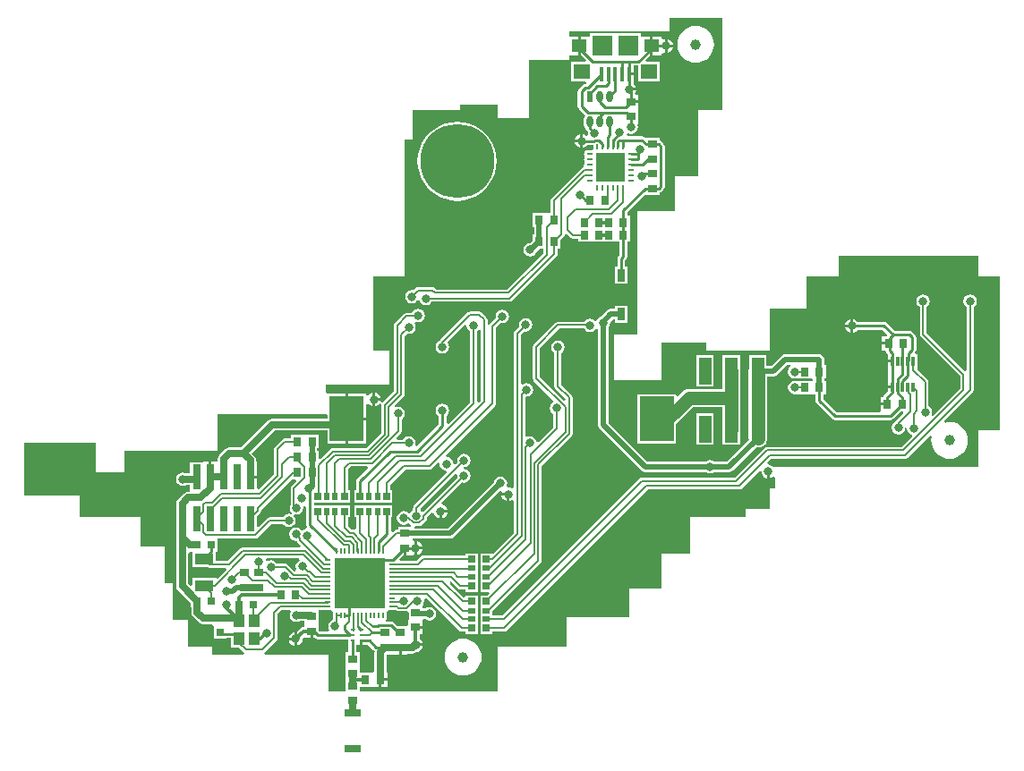
<source format=gbl>
G04 Layer_Physical_Order=2*
G04 Layer_Color=16711680*
%FSLAX25Y25*%
%MOIN*%
G70*
G01*
G75*
%ADD10C,0.03937*%
%ADD11R,0.03347X0.03150*%
%ADD12R,0.03150X0.03347*%
%ADD14C,0.00700*%
%ADD15C,0.00709*%
%ADD16C,0.02000*%
%ADD17C,0.01200*%
%ADD18C,0.01000*%
%ADD19C,0.02500*%
%ADD21C,0.27559*%
%ADD22C,0.03150*%
%ADD23C,0.02800*%
%ADD24C,0.02598*%
%ADD25R,0.02520X0.02756*%
%ADD26R,0.01969X0.02756*%
%ADD27R,0.02756X0.02520*%
%ADD28R,0.02756X0.01969*%
%ADD29R,0.02953X0.03150*%
%ADD30R,0.01181X0.03347*%
%ADD31R,0.06299X0.03150*%
%ADD32R,0.01575X0.00984*%
%ADD33R,0.10630X0.10630*%
%ADD34O,0.02362X0.00984*%
%ADD35O,0.00984X0.02362*%
%ADD36R,0.02362X0.04331*%
%ADD37O,0.02362X0.04331*%
%ADD38R,0.12598X0.16535*%
%ADD39R,0.04331X0.04724*%
%ADD40R,0.03150X0.02953*%
%ADD41R,0.01575X0.05315*%
%ADD42R,0.06299X0.05512*%
%ADD43R,0.07480X0.07480*%
%ADD44R,0.05709X0.05118*%
%ADD45R,0.02992X0.09449*%
%ADD46R,0.04724X0.09843*%
%ADD47O,0.00787X0.02559*%
%ADD48O,0.02559X0.00787*%
%ADD49R,0.18504X0.18504*%
%ADD50R,0.02756X0.04724*%
%ADD51R,0.07087X0.03937*%
%ADD52C,0.00800*%
%ADD53C,0.05000*%
G36*
X1554720Y1527932D02*
X1554622Y1527441D01*
X1554726Y1526922D01*
X1541985Y1514182D01*
X1541289Y1514250D01*
X1541213Y1514363D01*
X1541164Y1514396D01*
X1541086Y1515287D01*
X1554075Y1528276D01*
X1554720Y1527932D01*
D02*
G37*
G36*
X1494808Y1525599D02*
X1492954Y1523744D01*
X1492677Y1523331D01*
X1492580Y1522843D01*
Y1516815D01*
X1492613Y1516650D01*
X1492511Y1516497D01*
X1492319Y1515532D01*
X1492511Y1514566D01*
X1493018Y1513807D01*
X1492932Y1513566D01*
X1492662Y1513177D01*
X1491890Y1513330D01*
X1490924Y1513138D01*
X1490106Y1512591D01*
X1489699Y1511983D01*
X1484803D01*
X1484315Y1511886D01*
X1483902Y1511610D01*
X1480622Y1508329D01*
X1479975Y1508597D01*
Y1512188D01*
X1481177Y1513390D01*
X1481453Y1513804D01*
X1481550Y1514291D01*
Y1514905D01*
X1492891Y1526246D01*
X1494540D01*
X1494808Y1525599D01*
D02*
G37*
G36*
X1498444Y1515849D02*
Y1509105D01*
X1498444Y1509105D01*
X1498553Y1508558D01*
X1498656Y1508404D01*
X1498389Y1507668D01*
X1498353Y1507635D01*
X1497814Y1507528D01*
X1496995Y1506981D01*
X1496759D01*
X1496430Y1507473D01*
X1495611Y1508020D01*
X1494646Y1508212D01*
X1493680Y1508020D01*
X1492861Y1507473D01*
X1492315Y1506655D01*
X1492122Y1505689D01*
X1492315Y1504723D01*
X1492861Y1503905D01*
X1493680Y1503358D01*
X1494646Y1503166D01*
X1494973Y1502947D01*
X1494980Y1502912D01*
X1495257Y1502498D01*
X1496421Y1501334D01*
X1496153Y1500688D01*
X1474689D01*
X1474201Y1500591D01*
X1473787Y1500314D01*
X1469216Y1495743D01*
X1464837D01*
Y1499179D01*
X1465428D01*
Y1504119D01*
X1479488D01*
X1479976Y1504216D01*
X1480389Y1504492D01*
X1485331Y1509434D01*
X1489831D01*
X1490106Y1509023D01*
X1490924Y1508476D01*
X1491890Y1508284D01*
X1492855Y1508476D01*
X1493674Y1509023D01*
X1494221Y1509842D01*
X1494413Y1510807D01*
X1494221Y1511773D01*
X1493714Y1512531D01*
X1493800Y1512773D01*
X1494071Y1513162D01*
X1494843Y1513008D01*
X1495808Y1513200D01*
X1496627Y1513747D01*
X1497174Y1514566D01*
X1497366Y1515532D01*
X1497281Y1515956D01*
X1497364Y1516194D01*
X1497749Y1516332D01*
X1498444Y1515849D01*
D02*
G37*
G36*
X1563352Y1581715D02*
Y1555528D01*
X1562663Y1554840D01*
X1561963Y1555130D01*
Y1581320D01*
X1562473Y1581661D01*
X1562652Y1581927D01*
X1563352Y1581715D01*
D02*
G37*
G36*
X1505669Y1550472D02*
X1506233Y1550144D01*
Y1548728D01*
X1485787D01*
X1484949Y1548561D01*
X1484237Y1548085D01*
X1474151Y1537999D01*
X1469744D01*
X1468905Y1537832D01*
X1468194Y1537357D01*
X1466029Y1535192D01*
X1465553Y1534481D01*
X1465387Y1533642D01*
Y1533244D01*
X1465075Y1532673D01*
X1463079D01*
Y1526949D01*
X1462079D01*
Y1532673D01*
X1460083D01*
Y1532673D01*
X1459975Y1532573D01*
X1455183D01*
Y1528354D01*
X1453693D01*
X1453485Y1528493D01*
X1452520Y1528685D01*
X1451554Y1528493D01*
X1450735Y1527946D01*
X1450189Y1527127D01*
X1449996Y1526161D01*
X1450189Y1525196D01*
X1450735Y1524377D01*
X1451554Y1523830D01*
X1452520Y1523638D01*
X1453485Y1523830D01*
X1453693Y1523969D01*
X1455183D01*
Y1521562D01*
X1454488D01*
X1453649Y1521395D01*
X1452938Y1520920D01*
X1450674Y1518656D01*
X1450199Y1517945D01*
X1450032Y1517106D01*
Y1504606D01*
Y1486400D01*
X1450199Y1485561D01*
X1450674Y1484850D01*
X1455358Y1480166D01*
Y1478311D01*
X1455643D01*
Y1476555D01*
X1455809Y1475716D01*
X1456285Y1475005D01*
X1458450Y1472840D01*
X1459161Y1472365D01*
X1460000Y1472198D01*
X1463241D01*
X1463823Y1471913D01*
X1463923Y1471451D01*
X1463923D01*
X1463923Y1471451D01*
Y1466698D01*
X1468873D01*
Y1466958D01*
X1470321D01*
Y1463549D01*
X1473265D01*
X1475041Y1461773D01*
X1475291Y1461605D01*
X1475107Y1460905D01*
X1463346D01*
Y1463858D01*
X1454488D01*
Y1473701D01*
X1448583D01*
Y1487480D01*
X1445630D01*
Y1501260D01*
X1436772D01*
Y1512087D01*
X1414134D01*
Y1519961D01*
X1393465D01*
Y1539646D01*
X1420039D01*
Y1528819D01*
X1430866D01*
Y1536693D01*
X1465315D01*
Y1550472D01*
X1505669D01*
D02*
G37*
G36*
X1548113Y1532053D02*
X1548096Y1531921D01*
X1548184Y1531249D01*
X1548444Y1530622D01*
X1548857Y1530084D01*
X1549394Y1529672D01*
X1550021Y1529412D01*
X1550547Y1529343D01*
X1550766Y1528956D01*
X1550829Y1528636D01*
X1538528Y1516334D01*
X1538252Y1515921D01*
X1538155Y1515433D01*
Y1514704D01*
X1537645Y1514363D01*
X1537225Y1513734D01*
X1536625Y1513605D01*
X1536402Y1513634D01*
X1535670Y1514123D01*
X1534705Y1514315D01*
X1533739Y1514123D01*
X1532920Y1513576D01*
X1532374Y1512757D01*
X1532181Y1511791D01*
X1532374Y1510826D01*
X1532920Y1510007D01*
X1533739Y1509460D01*
X1534705Y1509268D01*
X1535670Y1509460D01*
X1536489Y1510007D01*
X1536491Y1510007D01*
X1537339Y1509159D01*
X1537253Y1508749D01*
X1537075Y1508459D01*
X1532624D01*
Y1507310D01*
X1532047D01*
X1531540Y1507209D01*
X1531110Y1506921D01*
X1530578Y1506390D01*
X1529931Y1506658D01*
Y1511974D01*
X1530546D01*
Y1516530D01*
X1516226D01*
Y1511974D01*
X1517060D01*
Y1507789D01*
X1516428Y1507395D01*
X1516360Y1507392D01*
X1515901Y1507484D01*
X1515198D01*
X1513963Y1508718D01*
Y1511974D01*
X1514798D01*
Y1516530D01*
X1501299D01*
Y1517486D01*
X1514798D01*
Y1522042D01*
X1513912D01*
Y1529945D01*
X1514957Y1530989D01*
X1521147D01*
X1521414Y1530343D01*
X1517377Y1526305D01*
X1517067Y1525842D01*
X1516958Y1525295D01*
X1516958Y1525295D01*
Y1522042D01*
X1516226D01*
Y1517486D01*
X1530546D01*
Y1522042D01*
X1529660D01*
Y1524137D01*
X1535331Y1529808D01*
X1544350D01*
X1544838Y1529905D01*
X1545252Y1530182D01*
X1547450Y1532380D01*
X1548113Y1532053D01*
D02*
G37*
G36*
X1667830Y1529052D02*
X1667900Y1528999D01*
X1667986Y1528350D01*
X1668245Y1527724D01*
X1668658Y1527186D01*
X1669196Y1526773D01*
X1669822Y1526514D01*
X1669994Y1526491D01*
Y1529022D01*
X1670994D01*
Y1526491D01*
X1671166Y1526514D01*
X1671793Y1526773D01*
X1672292Y1527156D01*
X1672466Y1527127D01*
X1672992Y1526898D01*
Y1522913D01*
X1671024D01*
Y1515039D01*
X1662165D01*
Y1512087D01*
X1641496D01*
Y1498307D01*
X1630669D01*
Y1485512D01*
X1618858D01*
Y1474685D01*
X1595236D01*
Y1463858D01*
X1569646D01*
Y1447126D01*
X1518242D01*
Y1448884D01*
X1523006D01*
X1523006Y1448883D01*
X1523468Y1448783D01*
X1523468Y1448783D01*
X1523665Y1448783D01*
X1525543D01*
Y1451457D01*
X1526043D01*
Y1451957D01*
X1528618D01*
Y1454130D01*
X1528235D01*
Y1460890D01*
X1530291D01*
Y1460890D01*
X1530850D01*
Y1460890D01*
X1533024D01*
Y1463465D01*
X1534024D01*
Y1460890D01*
X1536197D01*
Y1461273D01*
X1537953D01*
X1538792Y1461439D01*
X1539428Y1461865D01*
X1540003Y1461940D01*
X1540629Y1462200D01*
X1541167Y1462612D01*
X1541580Y1463150D01*
X1541839Y1463777D01*
X1541862Y1463949D01*
X1539331D01*
Y1464949D01*
X1541862D01*
X1541839Y1465121D01*
X1541580Y1465747D01*
X1541167Y1466285D01*
X1540663Y1466672D01*
Y1468370D01*
X1541807D01*
Y1470445D01*
X1539134D01*
Y1471445D01*
X1541807D01*
Y1473520D01*
X1541807Y1473520D01*
X1542034Y1474126D01*
X1542697D01*
X1543286Y1473732D01*
X1544252Y1473540D01*
X1545218Y1473732D01*
X1546036Y1474279D01*
X1546583Y1475097D01*
X1546775Y1476063D01*
X1546583Y1477029D01*
X1546036Y1477847D01*
X1545218Y1478394D01*
X1544252Y1478586D01*
X1543286Y1478394D01*
X1542697Y1478000D01*
X1541707D01*
Y1478932D01*
X1541707Y1478932D01*
X1541707D01*
X1541963Y1479536D01*
X1542154Y1479822D01*
X1542346Y1480787D01*
X1542279Y1481126D01*
X1542766Y1481799D01*
X1543256Y1481845D01*
X1555336Y1469765D01*
X1555751Y1469488D01*
X1556240Y1469390D01*
X1557722D01*
Y1468509D01*
X1562278D01*
Y1472210D01*
Y1475360D01*
Y1478509D01*
Y1482829D01*
X1557722D01*
Y1482478D01*
X1557022Y1482195D01*
X1551942Y1487275D01*
X1552172Y1488035D01*
X1552324Y1488065D01*
X1554909Y1485480D01*
X1555339Y1485193D01*
X1555847Y1485092D01*
X1557722D01*
Y1484258D01*
X1562278D01*
Y1487958D01*
Y1491108D01*
Y1494258D01*
Y1498577D01*
X1557722D01*
Y1497743D01*
X1541969D01*
X1541461Y1497642D01*
X1541031Y1497355D01*
X1539471Y1495794D01*
X1533452D01*
X1533184Y1496441D01*
X1534641Y1497898D01*
X1534697D01*
Y1500473D01*
X1535697D01*
Y1497898D01*
X1537870D01*
X1537870Y1497898D01*
X1538570Y1497953D01*
X1538660Y1497941D01*
Y1500473D01*
Y1503004D01*
X1538570Y1502992D01*
X1538410Y1503005D01*
X1538017Y1503738D01*
X1538184Y1504047D01*
X1552028D01*
X1552769Y1504195D01*
X1553397Y1504614D01*
X1570637Y1521854D01*
X1571230Y1521457D01*
X1571139Y1521238D01*
X1571117Y1521065D01*
X1573648D01*
Y1520565D01*
X1574148D01*
Y1518034D01*
X1574320Y1518057D01*
X1574946Y1518316D01*
X1575053Y1518398D01*
X1575753Y1518053D01*
Y1506178D01*
X1568046Y1498471D01*
X1567790Y1498577D01*
Y1498577D01*
X1563234D01*
Y1494258D01*
Y1491108D01*
Y1487958D01*
Y1484258D01*
X1566383D01*
X1566651Y1483611D01*
X1565869Y1482829D01*
X1563234D01*
Y1478509D01*
Y1475360D01*
Y1472210D01*
Y1468509D01*
X1567790D01*
Y1469390D01*
X1572126D01*
X1572615Y1469488D01*
X1573030Y1469765D01*
X1625687Y1522422D01*
X1659803D01*
X1660293Y1522519D01*
X1660707Y1522797D01*
X1667230Y1529319D01*
X1667830Y1529052D01*
D02*
G37*
G36*
X1505551Y1477401D02*
X1507323D01*
X1507395Y1477416D01*
X1508095Y1477130D01*
X1508380Y1476430D01*
X1508366Y1476358D01*
Y1475505D01*
X1508360Y1475473D01*
Y1473712D01*
X1508149Y1473670D01*
X1507330Y1473123D01*
X1506783Y1472304D01*
X1506591Y1471339D01*
X1506783Y1470373D01*
X1506952Y1470120D01*
X1506578Y1469420D01*
X1503209D01*
X1503126Y1469503D01*
Y1471945D01*
X1503126Y1472142D01*
X1503126Y1472142D01*
X1503026Y1472604D01*
X1503026Y1472604D01*
Y1477442D01*
X1505349D01*
X1505551Y1477401D01*
D02*
G37*
G36*
X1519457Y1464532D02*
X1520744D01*
Y1464532D01*
X1521426Y1464488D01*
X1523459Y1462455D01*
X1523459Y1462455D01*
X1523905Y1462158D01*
X1523851Y1461890D01*
Y1454671D01*
X1523468Y1454130D01*
X1523006Y1454030D01*
Y1454030D01*
X1523006Y1454030D01*
X1518242D01*
Y1456136D01*
X1518242D01*
Y1456699D01*
X1518242D01*
Y1461648D01*
X1517038D01*
Y1463886D01*
X1517169Y1464532D01*
X1518457D01*
Y1466024D01*
X1519457D01*
Y1464532D01*
D02*
G37*
G36*
X1492714Y1476742D02*
X1492511Y1476438D01*
X1492319Y1475472D01*
X1492511Y1474507D01*
X1493058Y1473688D01*
X1493877Y1473141D01*
X1494843Y1472949D01*
X1495808Y1473141D01*
X1496016Y1473280D01*
X1497822D01*
X1497880Y1472604D01*
X1497779Y1472142D01*
X1497779D01*
Y1471096D01*
X1497402D01*
X1496816Y1470980D01*
X1496320Y1470648D01*
X1494949Y1469277D01*
Y1466614D01*
Y1464083D01*
X1495121Y1464106D01*
X1495747Y1464365D01*
X1496285Y1464778D01*
X1496698Y1465316D01*
X1496957Y1465942D01*
X1497036Y1466542D01*
X1497117Y1466659D01*
X1497698Y1467026D01*
X1497779Y1466992D01*
Y1466992D01*
X1499953D01*
Y1469567D01*
X1500953D01*
Y1466992D01*
X1501599D01*
X1501609Y1466983D01*
X1502072Y1466673D01*
X1502618Y1466565D01*
X1502618Y1466565D01*
X1514020D01*
Y1466500D01*
X1514120D01*
Y1464631D01*
X1514183D01*
Y1461648D01*
X1513096D01*
Y1456699D01*
X1513096D01*
Y1456136D01*
X1513096D01*
Y1451187D01*
Y1447126D01*
X1506653D01*
Y1460905D01*
X1482885D01*
X1482701Y1461605D01*
X1482952Y1461773D01*
X1487282Y1466103D01*
X1487560Y1466518D01*
X1487657Y1467008D01*
Y1476015D01*
X1489083Y1477442D01*
X1492340D01*
X1492714Y1476742D01*
D02*
G37*
G36*
X1495872Y1496565D02*
X1495926Y1496033D01*
X1495224Y1495564D01*
X1494677Y1494745D01*
X1494485Y1493779D01*
X1494677Y1492814D01*
X1494770Y1492675D01*
X1494418Y1491942D01*
X1494003Y1491893D01*
X1491511Y1494385D01*
X1491098Y1494662D01*
X1490610Y1494759D01*
X1487420D01*
X1487080Y1495269D01*
X1486261Y1495815D01*
X1485295Y1496008D01*
X1484330Y1495815D01*
X1484074Y1495644D01*
X1483306Y1495910D01*
X1483244Y1496099D01*
X1483686Y1496733D01*
X1495809D01*
X1495872Y1496565D01*
D02*
G37*
G36*
X1455260Y1499079D02*
D01*
X1455950Y1499056D01*
Y1493470D01*
X1461508D01*
X1461776Y1493291D01*
X1462264Y1493194D01*
X1468305D01*
X1468573Y1492547D01*
X1465228Y1489202D01*
X1464837Y1489365D01*
Y1489365D01*
X1455950D01*
Y1486689D01*
X1455304Y1486421D01*
X1454416Y1487308D01*
Y1498512D01*
X1455100Y1499102D01*
X1455260Y1499079D01*
D02*
G37*
G36*
X1531835Y1477327D02*
X1532248Y1477051D01*
X1532736Y1476954D01*
X1535787D01*
X1535861Y1476968D01*
X1536561Y1476464D01*
Y1473982D01*
X1536561Y1473982D01*
X1536461Y1473520D01*
X1536461Y1473520D01*
X1536461Y1473323D01*
Y1472001D01*
X1536097Y1471451D01*
X1532278D01*
X1531069Y1472661D01*
X1530606Y1472970D01*
X1530060Y1473079D01*
X1530060Y1473079D01*
X1528334D01*
X1528167Y1473323D01*
X1528024Y1473779D01*
X1528226Y1474082D01*
X1528327Y1474587D01*
Y1476358D01*
X1528313Y1476430D01*
X1528598Y1477130D01*
X1529298Y1477416D01*
X1529370Y1477401D01*
X1531142D01*
X1531366Y1477446D01*
X1531716D01*
X1531835Y1477327D01*
D02*
G37*
G36*
X1602310Y1581759D02*
X1603129Y1581212D01*
X1604095Y1581020D01*
X1605060Y1581212D01*
X1605879Y1581759D01*
X1606007Y1581951D01*
X1606956Y1582112D01*
X1607079Y1582020D01*
Y1546339D01*
X1607226Y1545597D01*
X1607646Y1544969D01*
X1623197Y1529418D01*
X1623826Y1528998D01*
X1624567Y1528850D01*
X1647470D01*
X1647912Y1528555D01*
X1648878Y1528363D01*
X1649844Y1528555D01*
X1650286Y1528850D01*
X1655866D01*
X1656607Y1528998D01*
X1657236Y1529418D01*
X1665985Y1538167D01*
X1666595Y1538086D01*
X1667482Y1538203D01*
X1668309Y1538546D01*
X1668954Y1539041D01*
X1669857D01*
Y1540507D01*
X1669907Y1540628D01*
X1670024Y1541516D01*
Y1544862D01*
Y1564579D01*
X1672500D01*
X1673241Y1564726D01*
X1673870Y1565146D01*
X1677633Y1568909D01*
X1678585D01*
X1678798Y1568209D01*
X1678491Y1568005D01*
X1677944Y1567186D01*
X1677752Y1566220D01*
X1677944Y1565255D01*
X1678491Y1564436D01*
X1679310Y1563889D01*
X1680276Y1563697D01*
X1680841Y1563810D01*
X1681541Y1563647D01*
Y1563647D01*
X1686353D01*
X1686490Y1563647D01*
X1686823D01*
X1687014Y1563268D01*
X1686823Y1562888D01*
X1686490D01*
X1686353Y1562888D01*
X1681541D01*
Y1562888D01*
X1680841Y1562745D01*
X1680374Y1562838D01*
X1679408Y1562646D01*
X1678590Y1562099D01*
X1678043Y1561281D01*
X1677851Y1560315D01*
X1678043Y1559349D01*
X1678590Y1558531D01*
X1679408Y1557984D01*
X1680374Y1557792D01*
X1680841Y1557885D01*
X1681541Y1557742D01*
Y1557742D01*
X1686353D01*
X1686490Y1557742D01*
X1687053D01*
X1687191Y1557742D01*
X1688100D01*
Y1555492D01*
X1688100Y1555492D01*
X1688209Y1554946D01*
X1688518Y1554483D01*
X1694325Y1548676D01*
X1694325Y1548676D01*
X1694788Y1548366D01*
X1695335Y1548258D01*
X1715906D01*
X1715906Y1548258D01*
X1716452Y1548366D01*
X1716915Y1548676D01*
X1719780Y1551541D01*
X1720556D01*
X1720824Y1550894D01*
X1718056Y1548126D01*
X1717779Y1547712D01*
X1717741Y1547518D01*
X1717172Y1547139D01*
X1716626Y1546320D01*
X1716433Y1545354D01*
X1716626Y1544389D01*
X1717172Y1543570D01*
X1717991Y1543023D01*
X1718957Y1542831D01*
X1719922Y1543023D01*
X1720741Y1543570D01*
X1721288Y1544389D01*
X1721468Y1545294D01*
X1722142Y1545220D01*
X1722334Y1544255D01*
X1722881Y1543436D01*
X1723700Y1542889D01*
X1723891Y1542851D01*
X1724122Y1542092D01*
X1720297Y1538267D01*
X1669941D01*
X1669452Y1538170D01*
X1669037Y1537893D01*
X1657895Y1526751D01*
X1623386D01*
X1622896Y1526654D01*
X1622482Y1526377D01*
X1571478Y1475373D01*
X1567790D01*
Y1477027D01*
X1585704Y1494941D01*
X1585981Y1495355D01*
X1586078Y1495842D01*
Y1531138D01*
X1597239Y1542300D01*
X1597515Y1542713D01*
X1597612Y1543201D01*
Y1556656D01*
X1597515Y1557144D01*
X1597239Y1557557D01*
X1593361Y1561435D01*
Y1573183D01*
X1593969Y1573590D01*
X1594516Y1574408D01*
X1594708Y1575374D01*
X1594516Y1576340D01*
X1593969Y1577158D01*
X1593151Y1577705D01*
X1592185Y1577897D01*
X1591219Y1577705D01*
X1590401Y1577158D01*
X1589854Y1576340D01*
X1589662Y1575374D01*
X1589854Y1574408D01*
X1590401Y1573590D01*
X1590812Y1573315D01*
Y1560907D01*
X1590909Y1560420D01*
X1591185Y1560006D01*
X1594951Y1556240D01*
X1594902Y1555830D01*
X1594177Y1555565D01*
X1585389Y1564354D01*
Y1575043D01*
X1592713Y1582367D01*
X1601904D01*
X1602310Y1581759D01*
D02*
G37*
G36*
X1653307Y1663661D02*
X1644449D01*
Y1639055D01*
X1635591D01*
Y1626260D01*
X1621811D01*
Y1580000D01*
X1612953D01*
Y1563268D01*
X1630669D01*
Y1577047D01*
X1647402D01*
Y1574094D01*
X1671024D01*
Y1589843D01*
X1684803D01*
Y1601653D01*
X1696614D01*
Y1609528D01*
X1748779D01*
Y1601653D01*
X1756654D01*
Y1544567D01*
X1748779D01*
Y1530787D01*
X1672992D01*
X1672992Y1530787D01*
Y1530787D01*
X1672331Y1530859D01*
X1671793Y1531271D01*
X1671166Y1531531D01*
X1670517Y1531616D01*
X1670464Y1531687D01*
X1670197Y1532286D01*
X1671652Y1533741D01*
X1721319D01*
X1721808Y1533838D01*
X1722223Y1534115D01*
X1730707Y1542599D01*
X1731326Y1542228D01*
X1731246Y1541964D01*
X1731114Y1540630D01*
X1731246Y1539296D01*
X1731635Y1538013D01*
X1732267Y1536831D01*
X1733117Y1535794D01*
X1734154Y1534944D01*
X1735336Y1534312D01*
X1736619Y1533923D01*
X1737953Y1533792D01*
X1739287Y1533923D01*
X1740570Y1534312D01*
X1741752Y1534944D01*
X1742788Y1535794D01*
X1743639Y1536831D01*
X1744271Y1538013D01*
X1744660Y1539296D01*
X1744791Y1540630D01*
X1744660Y1541964D01*
X1744271Y1543247D01*
X1743639Y1544429D01*
X1742788Y1545465D01*
X1741752Y1546316D01*
X1740570Y1546948D01*
X1739287Y1547337D01*
X1737953Y1547468D01*
X1736619Y1547337D01*
X1736355Y1547257D01*
X1735984Y1547876D01*
X1746534Y1558426D01*
X1746811Y1558841D01*
X1746909Y1559331D01*
Y1590378D01*
X1747414Y1590716D01*
X1747961Y1591534D01*
X1748153Y1592500D01*
X1747961Y1593466D01*
X1747414Y1594284D01*
X1746596Y1594831D01*
X1745630Y1595023D01*
X1744664Y1594831D01*
X1743846Y1594284D01*
X1743299Y1593466D01*
X1743107Y1592500D01*
X1743299Y1591534D01*
X1743846Y1590716D01*
X1744351Y1590378D01*
Y1566853D01*
X1743651Y1566563D01*
X1729488Y1580727D01*
Y1590378D01*
X1729993Y1590716D01*
X1730540Y1591534D01*
X1730732Y1592500D01*
X1730540Y1593466D01*
X1729993Y1594284D01*
X1729174Y1594831D01*
X1728209Y1595023D01*
X1727243Y1594831D01*
X1726424Y1594284D01*
X1725877Y1593466D01*
X1725685Y1592500D01*
X1725877Y1591534D01*
X1726424Y1590716D01*
X1726930Y1590378D01*
Y1580197D01*
X1727027Y1579707D01*
X1727304Y1579292D01*
X1741890Y1564707D01*
Y1559860D01*
X1731759Y1549729D01*
X1731215Y1550175D01*
X1731229Y1550196D01*
X1731421Y1551161D01*
X1731229Y1552127D01*
X1730682Y1552946D01*
X1730172Y1553286D01*
Y1562382D01*
X1730075Y1562870D01*
X1729799Y1563283D01*
X1726086Y1566996D01*
X1725959Y1567643D01*
X1725959D01*
Y1572790D01*
X1725310D01*
X1725042Y1573437D01*
X1725183Y1573577D01*
X1725183Y1573577D01*
X1725492Y1574040D01*
X1725601Y1574587D01*
X1725601Y1574587D01*
Y1579016D01*
X1725601Y1579016D01*
X1725492Y1579562D01*
X1725183Y1580025D01*
X1724198Y1581009D01*
X1723735Y1581319D01*
X1723189Y1581427D01*
X1723189Y1581427D01*
X1717481D01*
X1714553Y1584356D01*
X1714090Y1584665D01*
X1713543Y1584774D01*
X1713543Y1584774D01*
X1703784D01*
X1703470Y1585183D01*
X1702932Y1585596D01*
X1702306Y1585855D01*
X1702134Y1585878D01*
Y1583346D01*
Y1580815D01*
X1702306Y1580838D01*
X1702932Y1581097D01*
X1703470Y1581510D01*
X1703784Y1581919D01*
X1712952D01*
X1714601Y1580270D01*
Y1579854D01*
X1714358Y1579524D01*
X1712740D01*
Y1577350D01*
X1715315D01*
Y1576350D01*
X1712740D01*
Y1574177D01*
X1713507D01*
X1714183Y1574094D01*
X1714292Y1573548D01*
X1714601Y1573085D01*
X1715004Y1572682D01*
Y1570716D01*
X1716595D01*
Y1569716D01*
X1715004D01*
Y1567543D01*
X1715167D01*
Y1563126D01*
X1715004D01*
Y1560953D01*
X1716595D01*
Y1559953D01*
X1715004D01*
Y1558873D01*
X1713814Y1557683D01*
X1713504Y1557220D01*
X1713418Y1556787D01*
X1712248D01*
Y1554614D01*
X1714823D01*
Y1553614D01*
X1712248D01*
Y1551441D01*
X1711684Y1551112D01*
X1695926D01*
X1690955Y1556083D01*
Y1557742D01*
X1692002D01*
Y1562888D01*
X1691465D01*
Y1563647D01*
X1692002D01*
Y1568794D01*
X1691465D01*
Y1570551D01*
X1691317Y1571292D01*
X1690897Y1571921D01*
X1690602Y1572216D01*
X1689974Y1572636D01*
X1689232Y1572784D01*
X1676831D01*
X1676089Y1572636D01*
X1675461Y1572216D01*
X1671698Y1568453D01*
X1669857D01*
Y1572337D01*
X1663332D01*
Y1567525D01*
X1663282Y1567403D01*
X1663165Y1566516D01*
Y1544862D01*
Y1541516D01*
X1663245Y1540906D01*
X1655064Y1532725D01*
X1650580D01*
X1649844Y1533217D01*
X1648878Y1533409D01*
X1647912Y1533217D01*
X1647175Y1532725D01*
X1625369D01*
X1610953Y1547141D01*
Y1582825D01*
X1611445Y1583562D01*
X1611637Y1584528D01*
X1611592Y1584758D01*
X1612574Y1585740D01*
X1613431D01*
Y1584415D01*
X1617987D01*
Y1590939D01*
X1613431D01*
Y1589614D01*
X1611772D01*
X1611030Y1589467D01*
X1610402Y1589047D01*
X1608230Y1586875D01*
X1608149Y1586859D01*
X1607330Y1586312D01*
X1606783Y1585493D01*
X1606743Y1585294D01*
X1606000Y1585146D01*
X1605879Y1585328D01*
X1605060Y1585874D01*
X1604095Y1586067D01*
X1603129Y1585874D01*
X1602310Y1585328D01*
X1602035Y1584916D01*
X1592185D01*
X1591697Y1584819D01*
X1591284Y1584543D01*
X1583213Y1576472D01*
X1582937Y1576059D01*
X1582840Y1575571D01*
Y1563826D01*
X1582937Y1563338D01*
X1583213Y1562924D01*
X1590529Y1555608D01*
X1590359Y1554789D01*
X1589810Y1554422D01*
X1589263Y1553603D01*
X1589071Y1552638D01*
X1589263Y1551672D01*
X1589810Y1550854D01*
X1590418Y1550447D01*
Y1545488D01*
X1584937Y1540007D01*
X1584177Y1540237D01*
X1584083Y1540710D01*
X1583536Y1541528D01*
X1582718Y1542075D01*
X1581752Y1542267D01*
X1580786Y1542075D01*
X1580593Y1541946D01*
X1579975Y1542276D01*
Y1556677D01*
X1580374Y1557004D01*
X1581340Y1557196D01*
X1582158Y1557743D01*
X1582705Y1558562D01*
X1582897Y1559528D01*
X1582705Y1560493D01*
X1582158Y1561312D01*
X1581340Y1561859D01*
X1580374Y1562051D01*
X1579408Y1561859D01*
X1579002Y1561587D01*
X1578302Y1561961D01*
Y1579964D01*
X1579658Y1581320D01*
X1580177Y1581217D01*
X1581143Y1581409D01*
X1581961Y1581956D01*
X1582508Y1582775D01*
X1582700Y1583740D01*
X1582508Y1584706D01*
X1581961Y1585524D01*
X1581143Y1586071D01*
X1580177Y1586263D01*
X1579212Y1586071D01*
X1578393Y1585524D01*
X1577846Y1584706D01*
X1577654Y1583740D01*
X1577790Y1583057D01*
X1576126Y1581393D01*
X1575850Y1580980D01*
X1575753Y1580492D01*
Y1523078D01*
X1575053Y1522733D01*
X1574946Y1522814D01*
X1574320Y1523074D01*
X1573648Y1523162D01*
X1573518Y1523145D01*
X1573229Y1523508D01*
X1573074Y1523793D01*
X1573252Y1524685D01*
X1573060Y1525651D01*
X1572513Y1526469D01*
X1571694Y1527016D01*
X1570728Y1527208D01*
X1569763Y1527016D01*
X1568944Y1526469D01*
X1568397Y1525651D01*
X1568259Y1524955D01*
X1551225Y1507922D01*
X1538584D01*
X1538558Y1507983D01*
X1539020Y1508683D01*
X1540515D01*
X1541003Y1508780D01*
X1541416Y1509056D01*
X1542952Y1510592D01*
X1543228Y1511005D01*
X1543325Y1511493D01*
Y1511917D01*
X1545182Y1513774D01*
X1545921Y1513523D01*
X1545924Y1513499D01*
X1546184Y1512873D01*
X1546597Y1512335D01*
X1547134Y1511922D01*
X1547761Y1511663D01*
X1547933Y1511640D01*
Y1514171D01*
X1548433D01*
Y1514671D01*
X1550964D01*
X1550941Y1514843D01*
X1550682Y1515470D01*
X1550269Y1516008D01*
X1549732Y1516420D01*
X1549105Y1516680D01*
X1549082Y1516683D01*
X1548831Y1517422D01*
X1556462Y1525054D01*
X1557146Y1524918D01*
X1558111Y1525110D01*
X1558930Y1525657D01*
X1559477Y1526475D01*
X1559669Y1527441D01*
X1559477Y1528407D01*
X1558930Y1529225D01*
X1558111Y1529772D01*
X1557362Y1529921D01*
X1557060Y1530463D01*
X1557029Y1530647D01*
X1557030Y1530649D01*
X1557146Y1530626D01*
X1558111Y1530818D01*
X1558930Y1531365D01*
X1559477Y1532184D01*
X1559669Y1533150D01*
X1559477Y1534115D01*
X1558930Y1534934D01*
X1558111Y1535481D01*
X1557146Y1535673D01*
X1556180Y1535481D01*
X1555361Y1534934D01*
X1554815Y1534115D01*
X1554622Y1533150D01*
X1554742Y1532548D01*
X1553978Y1531784D01*
X1553657Y1531848D01*
X1553271Y1532067D01*
X1553201Y1532593D01*
X1552942Y1533219D01*
X1552529Y1533757D01*
X1551991Y1534170D01*
X1551365Y1534429D01*
X1550693Y1534518D01*
X1550560Y1534500D01*
X1550233Y1535163D01*
X1568677Y1553607D01*
X1568953Y1554020D01*
X1569050Y1554508D01*
Y1582720D01*
X1570816Y1584486D01*
X1571417Y1584367D01*
X1572383Y1584558D01*
X1573201Y1585106D01*
X1573748Y1585924D01*
X1573941Y1586890D01*
X1573748Y1587855D01*
X1573201Y1588674D01*
X1572383Y1589221D01*
X1571417Y1589413D01*
X1570452Y1589221D01*
X1569633Y1588674D01*
X1569086Y1587855D01*
X1568894Y1586890D01*
X1569014Y1586289D01*
X1566874Y1584149D01*
X1566598Y1583736D01*
X1565901Y1583817D01*
Y1585610D01*
X1565804Y1586098D01*
X1565527Y1586511D01*
X1563756Y1588283D01*
X1563342Y1588559D01*
X1562854Y1588656D01*
X1559409D01*
X1558922Y1588559D01*
X1558508Y1588283D01*
X1548272Y1578047D01*
X1548149Y1577863D01*
X1547389Y1577355D01*
X1546842Y1576536D01*
X1546650Y1575571D01*
X1546842Y1574605D01*
X1547389Y1573787D01*
X1548208Y1573240D01*
X1549173Y1573048D01*
X1550139Y1573240D01*
X1550957Y1573787D01*
X1551504Y1574605D01*
X1551696Y1575571D01*
X1551504Y1576536D01*
X1551049Y1577219D01*
X1557496Y1583666D01*
X1557897Y1583534D01*
X1558182Y1583362D01*
X1558358Y1582479D01*
X1558905Y1581661D01*
X1559414Y1581320D01*
Y1554839D01*
X1551301Y1546725D01*
X1550601Y1547015D01*
Y1549828D01*
X1550957Y1550066D01*
X1551504Y1550885D01*
X1551696Y1551850D01*
X1551504Y1552816D01*
X1550957Y1553635D01*
X1550139Y1554182D01*
X1549173Y1554374D01*
X1548208Y1554182D01*
X1547389Y1553635D01*
X1546842Y1552816D01*
X1546650Y1551850D01*
X1546842Y1550885D01*
X1547389Y1550066D01*
X1547746Y1549828D01*
Y1546733D01*
X1539602Y1538589D01*
X1538957Y1538934D01*
X1539098Y1539646D01*
X1538906Y1540611D01*
X1538359Y1541430D01*
X1537540Y1541977D01*
X1536575Y1542169D01*
X1535609Y1541977D01*
X1534791Y1541430D01*
X1534450Y1540920D01*
X1532312D01*
X1532045Y1541567D01*
X1533539Y1543061D01*
X1533815Y1543475D01*
X1533912Y1543962D01*
Y1548545D01*
X1534422Y1548885D01*
X1534969Y1549704D01*
X1535161Y1550669D01*
X1534969Y1551635D01*
X1534422Y1552454D01*
X1533603Y1553001D01*
X1532638Y1553193D01*
X1531779Y1553022D01*
X1531532Y1553274D01*
X1531366Y1553599D01*
X1534720Y1556953D01*
X1534996Y1557367D01*
X1535093Y1557854D01*
Y1579472D01*
X1536072Y1580451D01*
X1536673Y1580331D01*
X1537639Y1580523D01*
X1538457Y1581070D01*
X1539004Y1581889D01*
X1539196Y1582854D01*
X1539004Y1583820D01*
X1538653Y1584346D01*
X1539144Y1584845D01*
X1539156Y1584853D01*
X1540118Y1584662D01*
X1541084Y1584854D01*
X1541902Y1585401D01*
X1542449Y1586219D01*
X1542641Y1587185D01*
X1542449Y1588151D01*
X1541902Y1588969D01*
X1541084Y1589516D01*
X1540118Y1589708D01*
X1539153Y1589516D01*
X1538334Y1588969D01*
X1537862Y1588263D01*
X1535787D01*
X1535300Y1588166D01*
X1534886Y1587889D01*
X1531343Y1584346D01*
X1531067Y1583933D01*
X1530970Y1583445D01*
Y1559071D01*
X1526717Y1554819D01*
X1526167Y1555222D01*
X1526190Y1555394D01*
X1524158D01*
Y1553363D01*
X1524331Y1553386D01*
X1524957Y1553645D01*
X1525495Y1554058D01*
X1525715Y1554345D01*
X1526370Y1554048D01*
X1526344Y1553917D01*
Y1543422D01*
X1520693Y1537771D01*
X1508327D01*
X1507839Y1537673D01*
X1507426Y1537397D01*
X1503673Y1533644D01*
X1503026Y1533912D01*
Y1536904D01*
X1502488D01*
Y1537663D01*
X1503026D01*
Y1542809D01*
X1498076D01*
Y1542809D01*
X1497514D01*
Y1542809D01*
X1492565D01*
Y1541511D01*
X1490512D01*
X1490024Y1541414D01*
X1489611Y1541137D01*
X1486658Y1538185D01*
X1486382Y1537771D01*
X1486285Y1537284D01*
Y1527969D01*
X1480775Y1522459D01*
X1480075Y1522749D01*
Y1526449D01*
X1477579D01*
Y1527449D01*
X1480075D01*
Y1532673D01*
X1479771D01*
Y1533287D01*
X1479604Y1534126D01*
X1479129Y1534838D01*
X1478159Y1535807D01*
X1486695Y1544343D01*
X1506233D01*
Y1539506D01*
X1513032D01*
Y1548774D01*
Y1558042D01*
X1506233D01*
X1505669Y1558370D01*
Y1561299D01*
X1529291D01*
Y1574094D01*
X1523386D01*
Y1601653D01*
X1535197D01*
Y1652835D01*
X1538150D01*
Y1663661D01*
X1555866D01*
Y1665630D01*
X1569646D01*
Y1660709D01*
X1581457D01*
Y1682362D01*
X1596220D01*
Y1684118D01*
X1599559D01*
Y1687677D01*
Y1691236D01*
X1596220D01*
Y1693189D01*
X1633622D01*
Y1698110D01*
X1653307D01*
Y1663661D01*
D02*
G37*
%LPC*%
G36*
X1613459Y1692317D02*
Y1692317D01*
X1604179D01*
Y1691826D01*
X1603913Y1691236D01*
X1600559D01*
Y1687677D01*
Y1684118D01*
X1600780D01*
X1602564Y1682334D01*
X1602296Y1681687D01*
X1596895D01*
Y1674376D01*
X1602228D01*
X1602585Y1673676D01*
X1602437Y1673472D01*
X1602261D01*
X1602261Y1673472D01*
X1601715Y1673364D01*
X1601251Y1673054D01*
X1601251Y1673054D01*
X1599936Y1671738D01*
X1599626Y1671275D01*
X1599517Y1670729D01*
X1599517Y1670729D01*
Y1665236D01*
X1599517Y1665236D01*
X1599626Y1664690D01*
X1599936Y1664227D01*
X1602298Y1661865D01*
X1602298Y1661865D01*
X1602328Y1661712D01*
X1601937Y1661127D01*
X1601776Y1660315D01*
Y1658346D01*
X1601937Y1657534D01*
X1602397Y1656846D01*
X1602538Y1656752D01*
X1602579Y1656546D01*
X1602888Y1656083D01*
X1603419Y1655552D01*
X1603335Y1655131D01*
X1603403Y1654792D01*
X1602856Y1654151D01*
X1602723Y1654126D01*
X1602243Y1654493D01*
X1601617Y1654753D01*
X1601445Y1654775D01*
Y1652244D01*
Y1649713D01*
X1601617Y1649736D01*
X1602243Y1649995D01*
X1602781Y1650408D01*
X1603095Y1650817D01*
X1605194D01*
X1605234Y1650768D01*
Y1649390D01*
X1605237Y1649314D01*
X1604662Y1648739D01*
X1604587Y1648742D01*
X1603209D01*
X1602666Y1648634D01*
X1602205Y1648326D01*
X1601897Y1647866D01*
X1601789Y1647323D01*
X1601897Y1646780D01*
X1602192Y1646339D01*
X1601897Y1645897D01*
X1601789Y1645354D01*
X1601897Y1644811D01*
X1602192Y1644370D01*
X1601897Y1643929D01*
X1601789Y1643386D01*
X1601798Y1643342D01*
X1601631Y1642595D01*
X1601218Y1642319D01*
X1589808Y1630908D01*
X1589531Y1630495D01*
X1589434Y1630007D01*
Y1625290D01*
X1588372D01*
X1588234Y1625290D01*
Y1625290D01*
X1587672D01*
Y1625290D01*
X1582722D01*
Y1620143D01*
X1583260D01*
Y1617416D01*
X1582722D01*
Y1615107D01*
X1581826Y1614211D01*
X1580885Y1614024D01*
X1580066Y1613477D01*
X1579519Y1612659D01*
X1579327Y1611693D01*
X1579519Y1610727D01*
X1580066Y1609909D01*
X1580885Y1609362D01*
X1581850Y1609170D01*
X1582816Y1609362D01*
X1583635Y1609909D01*
X1584182Y1610727D01*
X1584271Y1611177D01*
X1585363Y1612269D01*
X1586777D01*
Y1610449D01*
X1573252Y1596924D01*
X1546748D01*
X1546236Y1597437D01*
X1545822Y1597713D01*
X1545335Y1597810D01*
X1539921D01*
X1539433Y1597713D01*
X1539020Y1597437D01*
X1538275Y1596692D01*
X1537756Y1596795D01*
X1536790Y1596603D01*
X1535972Y1596056D01*
X1535425Y1595237D01*
X1535233Y1594272D01*
X1535425Y1593306D01*
X1535972Y1592487D01*
X1536790Y1591940D01*
X1537756Y1591748D01*
X1538721Y1591940D01*
X1539540Y1592487D01*
X1539859Y1592964D01*
X1540602Y1592816D01*
X1540641Y1592617D01*
X1541188Y1591798D01*
X1542007Y1591251D01*
X1542972Y1591059D01*
X1543938Y1591251D01*
X1544757Y1591798D01*
X1545097Y1592308D01*
X1574075D01*
X1574562Y1592405D01*
X1574976Y1592682D01*
X1591610Y1609315D01*
X1591886Y1609729D01*
X1591983Y1610217D01*
Y1612269D01*
X1593184D01*
Y1615515D01*
X1594366Y1616697D01*
X1594642Y1617111D01*
X1594685Y1617326D01*
X1595328Y1617576D01*
X1595428Y1617572D01*
X1596697Y1616303D01*
X1597111Y1616027D01*
X1597598Y1615930D01*
X1599553D01*
Y1614631D01*
X1604502D01*
Y1614631D01*
X1605065D01*
Y1614631D01*
X1613321D01*
X1613459Y1614631D01*
Y1614631D01*
X1614021D01*
Y1614631D01*
X1615069D01*
Y1609666D01*
X1614699Y1609297D01*
X1614390Y1608834D01*
X1614281Y1608288D01*
X1614281Y1608288D01*
Y1605506D01*
X1613431D01*
Y1598982D01*
X1617987D01*
Y1605506D01*
X1617136D01*
Y1607696D01*
X1617505Y1608066D01*
X1617505Y1608066D01*
X1617815Y1608529D01*
X1617924Y1609075D01*
X1617924Y1609075D01*
Y1614631D01*
X1618971D01*
Y1619356D01*
X1618971D01*
Y1624502D01*
X1617924D01*
Y1625694D01*
X1624419Y1632190D01*
X1624750Y1632053D01*
Y1632053D01*
X1629896D01*
Y1633120D01*
X1630342Y1633209D01*
X1630806Y1633518D01*
X1631482Y1634194D01*
X1631482Y1634194D01*
X1631791Y1634657D01*
X1631900Y1635204D01*
X1631900Y1635204D01*
Y1650147D01*
X1631791Y1650694D01*
X1631482Y1651157D01*
X1631482Y1651157D01*
X1630566Y1652072D01*
X1630103Y1652382D01*
X1629896Y1652423D01*
Y1653538D01*
X1624750D01*
X1624750Y1653538D01*
X1624157Y1653796D01*
X1624021Y1653887D01*
X1623474Y1653996D01*
X1623474Y1653996D01*
X1618047D01*
X1617590Y1654633D01*
X1617656Y1654868D01*
X1618397Y1655158D01*
X1618483Y1655100D01*
X1619449Y1654908D01*
X1620414Y1655100D01*
X1621233Y1655647D01*
X1621780Y1656466D01*
X1621972Y1657431D01*
X1621834Y1658124D01*
X1622022Y1658824D01*
X1622022D01*
Y1663774D01*
X1622022Y1663774D01*
X1622122Y1664236D01*
X1622122Y1664236D01*
X1622122Y1664433D01*
Y1666311D01*
X1619449D01*
Y1667311D01*
X1622122D01*
Y1669386D01*
X1620968D01*
X1620881Y1670086D01*
X1620945Y1670169D01*
X1621204Y1670795D01*
X1621227Y1670967D01*
X1618695D01*
Y1671967D01*
X1621227D01*
X1621204Y1672139D01*
X1620945Y1672766D01*
X1620812Y1672939D01*
X1620449Y1673488D01*
Y1676646D01*
X1618661D01*
Y1677646D01*
X1620449D01*
Y1680344D01*
X1622092D01*
Y1674376D01*
X1630191D01*
Y1681687D01*
X1625054D01*
X1624786Y1682334D01*
X1626527Y1684076D01*
Y1687677D01*
Y1691236D01*
X1623173D01*
X1622908Y1691826D01*
Y1692317D01*
X1613628D01*
Y1692317D01*
X1613459D01*
D02*
G37*
G36*
X1643465Y1695106D02*
X1642130Y1694975D01*
X1640848Y1694586D01*
X1639665Y1693954D01*
X1638629Y1693103D01*
X1637779Y1692067D01*
X1637147Y1690885D01*
X1636757Y1689602D01*
X1636626Y1688268D01*
X1636757Y1686934D01*
X1637147Y1685651D01*
X1637779Y1684468D01*
X1638629Y1683432D01*
X1639665Y1682582D01*
X1640848Y1681950D01*
X1642130Y1681561D01*
X1643465Y1681429D01*
X1644799Y1681561D01*
X1646082Y1681950D01*
X1647264Y1682582D01*
X1648300Y1683432D01*
X1649150Y1684468D01*
X1649783Y1685651D01*
X1650172Y1686934D01*
X1650303Y1688268D01*
X1650172Y1689602D01*
X1649783Y1690885D01*
X1649150Y1692067D01*
X1648300Y1693103D01*
X1647264Y1693954D01*
X1646082Y1694586D01*
X1644799Y1694975D01*
X1643465Y1695106D01*
D02*
G37*
G36*
X1632904Y1690208D02*
Y1688177D01*
X1634935D01*
X1634913Y1688349D01*
X1634653Y1688976D01*
X1634241Y1689514D01*
X1633703Y1689926D01*
X1633076Y1690186D01*
X1632904Y1690208D01*
D02*
G37*
G36*
X1600445Y1654775D02*
X1600273Y1654753D01*
X1599646Y1654493D01*
X1599109Y1654080D01*
X1598696Y1653543D01*
X1598436Y1652916D01*
X1598414Y1652744D01*
X1600445D01*
Y1654775D01*
D02*
G37*
G36*
X1541691Y1499973D02*
X1539660D01*
Y1497941D01*
X1539832Y1497964D01*
X1540458Y1498223D01*
X1540996Y1498636D01*
X1541409Y1499174D01*
X1541668Y1499800D01*
X1541691Y1499973D01*
D02*
G37*
G36*
X1627527Y1691236D02*
Y1687677D01*
Y1684118D01*
X1630882D01*
Y1684763D01*
X1631582Y1685231D01*
X1631732Y1685169D01*
X1631904Y1685146D01*
Y1687677D01*
Y1690208D01*
X1631732Y1690186D01*
X1631582Y1690124D01*
X1630882Y1690591D01*
Y1691236D01*
X1627527D01*
D02*
G37*
G36*
X1634935Y1687177D02*
X1632904D01*
Y1685146D01*
X1633076Y1685169D01*
X1633703Y1685428D01*
X1634241Y1685841D01*
X1634653Y1686379D01*
X1634913Y1687005D01*
X1634935Y1687177D01*
D02*
G37*
G36*
X1556850Y1466760D02*
X1555516Y1466628D01*
X1554233Y1466239D01*
X1553051Y1465607D01*
X1552015Y1464757D01*
X1551164Y1463721D01*
X1550533Y1462538D01*
X1550143Y1461255D01*
X1550012Y1459921D01*
X1550143Y1458587D01*
X1550533Y1457304D01*
X1551164Y1456122D01*
X1552015Y1455086D01*
X1553051Y1454235D01*
X1554233Y1453603D01*
X1555516Y1453214D01*
X1556850Y1453083D01*
X1558185Y1453214D01*
X1559467Y1453603D01*
X1560650Y1454235D01*
X1561686Y1455086D01*
X1562536Y1456122D01*
X1563168Y1457304D01*
X1563557Y1458587D01*
X1563689Y1459921D01*
X1563557Y1461255D01*
X1563168Y1462538D01*
X1562536Y1463721D01*
X1561686Y1464757D01*
X1560650Y1465607D01*
X1559467Y1466239D01*
X1558185Y1466628D01*
X1556850Y1466760D01*
D02*
G37*
G36*
X1493949Y1466114D02*
X1491918D01*
X1491940Y1465942D01*
X1492200Y1465316D01*
X1492612Y1464778D01*
X1493150Y1464365D01*
X1493777Y1464106D01*
X1493949Y1464083D01*
Y1466114D01*
D02*
G37*
G36*
X1528618Y1450957D02*
X1526543D01*
Y1448783D01*
X1528618D01*
Y1450957D01*
D02*
G37*
G36*
X1493949Y1469145D02*
X1493777Y1469123D01*
X1493150Y1468863D01*
X1492612Y1468451D01*
X1492200Y1467913D01*
X1491940Y1467286D01*
X1491918Y1467114D01*
X1493949D01*
Y1469145D01*
D02*
G37*
G36*
X1539660Y1503004D02*
Y1500972D01*
X1541691D01*
X1541668Y1501145D01*
X1541409Y1501771D01*
X1540996Y1502309D01*
X1540458Y1502722D01*
X1539832Y1502981D01*
X1539660Y1503004D01*
D02*
G37*
G36*
X1650172Y1572337D02*
X1643647D01*
Y1560695D01*
X1650172D01*
Y1572337D01*
D02*
G37*
G36*
X1520831Y1548274D02*
X1514032D01*
Y1539506D01*
X1520831D01*
Y1548274D01*
D02*
G37*
G36*
X1650172Y1550683D02*
X1643647D01*
Y1539041D01*
X1650172D01*
Y1550683D01*
D02*
G37*
G36*
X1523158Y1558426D02*
X1522986Y1558403D01*
X1522360Y1558143D01*
X1521822Y1557731D01*
X1521531Y1557352D01*
X1520831Y1557535D01*
Y1558042D01*
X1514032D01*
Y1549274D01*
X1520831D01*
Y1554253D01*
X1521531Y1554436D01*
X1521822Y1554058D01*
X1522360Y1553645D01*
X1522986Y1553386D01*
X1523158Y1553363D01*
Y1555894D01*
Y1558426D01*
D02*
G37*
G36*
X1660014Y1572337D02*
X1653490D01*
Y1567525D01*
X1653440Y1567403D01*
X1653323Y1566516D01*
Y1559807D01*
X1640906D01*
X1640018Y1559690D01*
X1639191Y1559348D01*
X1638481Y1558803D01*
X1636733Y1557055D01*
X1636086Y1557323D01*
Y1557942D01*
X1621687D01*
Y1539606D01*
X1636086D01*
Y1546708D01*
X1642326Y1552949D01*
X1653323D01*
Y1544862D01*
X1653440Y1543975D01*
X1653490Y1543853D01*
Y1539041D01*
X1660014D01*
Y1543853D01*
X1660065Y1543975D01*
X1660181Y1544862D01*
Y1556378D01*
Y1566516D01*
X1660065Y1567403D01*
X1660014Y1567525D01*
Y1572337D01*
D02*
G37*
G36*
X1524158Y1558426D02*
Y1556394D01*
X1526190D01*
X1526167Y1556567D01*
X1525907Y1557193D01*
X1525495Y1557731D01*
X1524957Y1558143D01*
X1524331Y1558403D01*
X1524158Y1558426D01*
D02*
G37*
G36*
X1554587Y1659390D02*
X1552283Y1659209D01*
X1550036Y1658670D01*
X1547902Y1657785D01*
X1545932Y1656578D01*
X1544174Y1655077D01*
X1542674Y1653320D01*
X1541467Y1651350D01*
X1540582Y1649216D01*
X1540043Y1646969D01*
X1539862Y1644665D01*
X1540043Y1642362D01*
X1540582Y1640115D01*
X1541467Y1637980D01*
X1542674Y1636010D01*
X1544174Y1634253D01*
X1545932Y1632753D01*
X1547902Y1631545D01*
X1550036Y1630661D01*
X1552283Y1630122D01*
X1554587Y1629940D01*
X1556890Y1630122D01*
X1559137Y1630661D01*
X1561272Y1631545D01*
X1563242Y1632753D01*
X1564999Y1634253D01*
X1566499Y1636010D01*
X1567707Y1637980D01*
X1568591Y1640115D01*
X1569130Y1642362D01*
X1569312Y1644665D01*
X1569130Y1646969D01*
X1568591Y1649216D01*
X1567707Y1651350D01*
X1566499Y1653320D01*
X1564999Y1655077D01*
X1563242Y1656578D01*
X1561272Y1657785D01*
X1559137Y1658670D01*
X1556890Y1659209D01*
X1554587Y1659390D01*
D02*
G37*
G36*
X1600445Y1651744D02*
X1598414D01*
X1598436Y1651572D01*
X1598696Y1650946D01*
X1599109Y1650408D01*
X1599646Y1649995D01*
X1600273Y1649736D01*
X1600445Y1649713D01*
Y1651744D01*
D02*
G37*
G36*
X1550964Y1513671D02*
X1548933D01*
Y1511640D01*
X1549105Y1511663D01*
X1549732Y1511922D01*
X1550269Y1512335D01*
X1550682Y1512873D01*
X1550941Y1513499D01*
X1550964Y1513671D01*
D02*
G37*
G36*
X1573148Y1520065D02*
X1571117D01*
X1571139Y1519893D01*
X1571399Y1519267D01*
X1571811Y1518729D01*
X1572349Y1518316D01*
X1572976Y1518057D01*
X1573148Y1518034D01*
Y1520065D01*
D02*
G37*
G36*
X1701134Y1582847D02*
X1699103D01*
X1699125Y1582674D01*
X1699385Y1582048D01*
X1699797Y1581510D01*
X1700335Y1581097D01*
X1700962Y1580838D01*
X1701134Y1580815D01*
Y1582847D01*
D02*
G37*
G36*
Y1585878D02*
X1700962Y1585855D01*
X1700335Y1585596D01*
X1699797Y1585183D01*
X1699385Y1584645D01*
X1699125Y1584019D01*
X1699103Y1583846D01*
X1701134D01*
Y1585878D01*
D02*
G37*
%LPD*%
D10*
X1556850Y1459921D02*
D03*
X1737953Y1540630D02*
D03*
X1643465Y1688268D02*
D03*
D11*
X1539134Y1470945D02*
D03*
Y1476457D02*
D03*
X1535197Y1500473D02*
D03*
Y1505984D02*
D03*
X1500453Y1469567D02*
D03*
Y1475079D02*
D03*
X1515669Y1453661D02*
D03*
Y1459173D02*
D03*
X1533524Y1463465D02*
D03*
Y1468976D02*
D03*
X1527618Y1463465D02*
D03*
Y1468976D02*
D03*
X1627323Y1640039D02*
D03*
Y1634528D02*
D03*
X1619449Y1666811D02*
D03*
Y1661299D02*
D03*
X1480571Y1491417D02*
D03*
Y1485905D02*
D03*
X1475453Y1491417D02*
D03*
Y1485905D02*
D03*
X1627323Y1651063D02*
D03*
Y1645551D02*
D03*
X1515669Y1443661D02*
D03*
Y1449173D02*
D03*
D12*
X1604095Y1630197D02*
D03*
X1609606D02*
D03*
X1607539Y1617205D02*
D03*
X1602028D02*
D03*
X1607539Y1621929D02*
D03*
X1602028D02*
D03*
X1520531Y1451457D02*
D03*
X1526043D02*
D03*
X1590709Y1622717D02*
D03*
X1585197D02*
D03*
X1590709Y1614842D02*
D03*
X1585197D02*
D03*
X1495039Y1528819D02*
D03*
X1500551D02*
D03*
X1495039Y1534331D02*
D03*
X1500551D02*
D03*
X1495039Y1540236D02*
D03*
X1500551D02*
D03*
X1684016Y1566220D02*
D03*
X1689528D02*
D03*
X1684016Y1560315D02*
D03*
X1689528D02*
D03*
X1616496Y1617205D02*
D03*
X1610984D02*
D03*
X1616496Y1621929D02*
D03*
X1610984D02*
D03*
X1715315Y1576850D02*
D03*
X1720827D02*
D03*
X1714823Y1554114D02*
D03*
X1720335D02*
D03*
X1489035Y1483248D02*
D03*
X1494547D02*
D03*
D14*
X1503173Y1520299D02*
Y1531342D01*
X1502638Y1519764D02*
X1503173Y1520299D01*
Y1531342D02*
X1508327Y1536496D01*
X1506063Y1532245D02*
X1508917Y1535099D01*
X1506063Y1519764D02*
Y1532245D01*
X1509213Y1532067D02*
X1510848Y1533702D01*
X1509213Y1519764D02*
Y1532067D01*
X1508917Y1535099D02*
X1521799D01*
X1529193Y1542493D01*
X1521220Y1536496D02*
X1527618Y1542894D01*
X1508327Y1536496D02*
X1521220D01*
X1680374Y1560315D02*
X1684016D01*
X1680276Y1566220D02*
X1684016D01*
X1496158Y1503399D02*
Y1504177D01*
X1494646Y1505689D02*
X1496158Y1504177D01*
Y1503399D02*
X1504955Y1494603D01*
X1498779Y1503701D02*
X1506437Y1496043D01*
X1498779Y1503701D02*
Y1505197D01*
X1498067Y1499413D02*
X1504587Y1492894D01*
X1474689Y1499413D02*
X1498067D01*
X1497008Y1493779D02*
X1499037Y1491750D01*
X1597598Y1617205D02*
X1602028D01*
X1595728Y1619075D02*
X1597598Y1617205D01*
X1595728Y1619075D02*
Y1623799D01*
X1598681Y1626752D01*
X1611083D01*
X1614528Y1630197D01*
Y1634724D01*
X1593465Y1630787D02*
X1602126Y1639449D01*
X1593465Y1617598D02*
Y1630787D01*
X1590709Y1614842D02*
X1593465Y1617598D01*
X1463350Y1517366D02*
X1466831Y1520846D01*
X1460649Y1517366D02*
X1463350D01*
X1460036Y1516753D02*
X1460649Y1517366D01*
X1460036Y1514052D02*
Y1516753D01*
X1457579Y1511594D02*
X1460036Y1514052D01*
X1467035Y1519075D02*
X1481358D01*
X1462579Y1514619D02*
X1467035Y1519075D01*
X1462579Y1511594D02*
Y1514619D01*
X1466831Y1520846D02*
X1480965D01*
X1722500Y1560453D02*
X1722831Y1560122D01*
Y1558346D02*
Y1560122D01*
Y1558346D02*
X1723287Y1557890D01*
Y1551555D02*
Y1557890D01*
X1718957Y1547224D02*
X1723287Y1551555D01*
X1718957Y1545354D02*
Y1547224D01*
X1724468Y1566811D02*
Y1570216D01*
Y1566811D02*
X1728898Y1562382D01*
Y1551161D02*
Y1562382D01*
X1539429Y1515433D02*
X1557146Y1533150D01*
X1539429Y1512579D02*
Y1515433D01*
X1542051Y1512444D02*
X1557047Y1527441D01*
X1542051Y1511493D02*
Y1512444D01*
X1540515Y1509957D02*
X1542051Y1511493D01*
X1538343Y1509957D02*
X1540515D01*
X1536509Y1511791D02*
X1538343Y1509957D01*
X1534705Y1511791D02*
X1536509D01*
X1480571Y1491417D02*
Y1495354D01*
X1469744Y1494468D02*
X1474689Y1499413D01*
X1499037Y1491750D02*
X1499726D01*
X1504587Y1492894D02*
X1506437D01*
X1504955Y1494603D02*
X1506303D01*
X1506437Y1494468D01*
X1582009Y1502497D02*
Y1535277D01*
X1565929Y1486417D02*
X1582009Y1502497D01*
X1565512Y1480669D02*
X1583406Y1498564D01*
X1566205Y1477244D02*
X1584803Y1495842D01*
X1532736Y1478228D02*
X1535787D01*
X1532244Y1478720D02*
X1532736Y1478228D01*
X1530256Y1478720D02*
X1532244D01*
X1538346Y1480787D02*
X1539823D01*
X1535787Y1478228D02*
X1538346Y1480787D01*
X1534016Y1480295D02*
X1534606Y1480886D01*
X1530256Y1480295D02*
X1534016D01*
X1484803Y1510709D02*
X1491791D01*
X1479488Y1505394D02*
X1484803Y1510709D01*
X1461079Y1505394D02*
X1479488D01*
X1460036Y1506437D02*
X1461079Y1505394D01*
X1460036Y1506437D02*
Y1509137D01*
X1457579Y1511594D02*
X1460036Y1509137D01*
X1497661Y1526649D02*
Y1530926D01*
X1495039Y1533547D02*
X1497661Y1530926D01*
X1495039Y1533547D02*
Y1534331D01*
X1493661Y1528819D02*
X1495039D01*
X1480276Y1515433D02*
X1493661Y1528819D01*
X1480276Y1514291D02*
Y1515433D01*
X1477579Y1511594D02*
X1480276Y1514291D01*
X1491890Y1534331D02*
X1495039D01*
X1489232Y1531673D02*
X1491890Y1534331D01*
X1489232Y1526949D02*
Y1531673D01*
X1481358Y1519075D02*
X1489232Y1526949D01*
X1490512Y1540236D02*
X1495039D01*
X1487559Y1537284D02*
X1490512Y1540236D01*
X1487559Y1527441D02*
Y1537284D01*
X1480965Y1520846D02*
X1487559Y1527441D01*
X1537658Y1594272D02*
X1539921Y1596535D01*
X1490512Y1489843D02*
X1491102Y1490433D01*
X1490610Y1493484D02*
X1493741Y1490353D01*
X1485295Y1493484D02*
X1490610D01*
X1493741Y1490353D02*
X1498669D01*
X1487277Y1487382D02*
X1497316D01*
X1490321Y1490033D02*
Y1490047D01*
Y1490033D02*
X1490512Y1489843D01*
X1491102Y1490433D02*
X1492579Y1488957D01*
X1483241Y1491417D02*
X1487277Y1487382D01*
X1492579Y1488957D02*
X1498091D01*
X1460394Y1496339D02*
X1462264Y1494468D01*
X1469744D01*
X1499726Y1491750D02*
X1501732Y1489744D01*
X1506437D01*
X1498669Y1490353D02*
X1500853Y1488169D01*
X1506437D01*
X1498091Y1488957D02*
X1500453Y1486594D01*
X1480571Y1491417D02*
X1483241D01*
X1497316Y1487382D02*
X1499678Y1485020D01*
X1506437D01*
X1494547Y1483248D02*
X1495531D01*
X1496909Y1481870D01*
X1506437D01*
X1500453Y1486594D02*
X1506437D01*
X1539921Y1596535D02*
X1545335D01*
X1546220Y1595650D01*
X1573779D01*
X1588051Y1609921D01*
Y1620059D01*
X1590709Y1622717D01*
Y1630007D01*
X1602119Y1641417D01*
X1603898D01*
X1590709Y1610217D02*
Y1614842D01*
X1574075Y1593583D02*
X1590709Y1610217D01*
X1542972Y1593583D02*
X1574075D01*
X1602126Y1639449D02*
X1603898D01*
X1592087Y1560907D02*
Y1575374D01*
X1592185D01*
X1592087Y1560907D02*
X1596338Y1556656D01*
X1565512Y1477244D02*
X1566205D01*
X1592185Y1583642D02*
X1604095D01*
X1565512Y1486417D02*
X1565929D01*
X1580177Y1538169D02*
X1581752Y1539744D01*
X1580177Y1503815D02*
Y1538169D01*
X1566205Y1489843D02*
X1580177Y1503815D01*
X1565512Y1489843D02*
X1566205D01*
X1578701Y1557854D02*
X1580374Y1559528D01*
X1578701Y1505000D02*
Y1557854D01*
X1566693Y1492992D02*
X1578701Y1505000D01*
X1565512Y1492992D02*
X1566693D01*
X1577028Y1580492D02*
X1580276Y1583740D01*
X1577028Y1505650D02*
Y1580492D01*
X1567795Y1496417D02*
X1577028Y1505650D01*
X1565512Y1496417D02*
X1567795D01*
X1527618Y1542894D02*
Y1553917D01*
X1532244Y1558543D01*
X1539921Y1586988D02*
X1540118Y1587185D01*
X1529193Y1542493D02*
Y1553228D01*
X1533819Y1557854D01*
Y1580000D01*
X1536673Y1582854D01*
X1537165D01*
X1532244Y1558543D02*
Y1583445D01*
X1535787Y1586988D01*
X1539921D01*
X1510848Y1533702D02*
X1522378D01*
X1532638Y1543962D01*
Y1550669D01*
X1512638Y1519764D02*
Y1530472D01*
X1514429Y1532264D01*
X1523091D01*
X1530472Y1539646D01*
X1536575D01*
X1521811Y1519764D02*
Y1524882D01*
X1531555Y1534626D01*
X1541004D01*
X1524961Y1519764D02*
Y1525079D01*
X1532933Y1533051D01*
X1542677D01*
X1564626Y1555000D02*
Y1585610D01*
X1562854Y1587382D02*
X1564626Y1585610D01*
X1559409Y1587382D02*
X1562854D01*
X1549173Y1577146D02*
X1559409Y1587382D01*
X1549173Y1575571D02*
Y1577146D01*
X1528386Y1519764D02*
Y1524665D01*
X1534803Y1531083D01*
X1544350D01*
X1567776Y1554508D01*
Y1583248D01*
X1571417Y1586890D01*
X1542677Y1533051D02*
X1564626Y1555000D01*
X1541004Y1534626D02*
X1560689Y1554311D01*
Y1583642D01*
X1583406Y1498564D02*
Y1532245D01*
X1594941Y1543779D02*
Y1552999D01*
X1583406Y1532245D02*
X1594941Y1543779D01*
X1596338Y1543201D02*
Y1556656D01*
X1584803Y1495842D02*
Y1531666D01*
X1596338Y1543201D01*
X1584114Y1575571D02*
X1592185Y1583642D01*
X1584114Y1563826D02*
X1594941Y1552999D01*
X1584114Y1563826D02*
Y1575571D01*
X1582009Y1535277D02*
X1591693Y1544961D01*
Y1552933D01*
X1493855Y1516815D02*
X1494941Y1515728D01*
X1493855Y1516815D02*
Y1522843D01*
X1497661Y1526649D01*
D15*
X1497303Y1498012D02*
X1503996Y1491319D01*
X1475846Y1498012D02*
X1497303D01*
X1478701Y1473701D02*
X1478898Y1473504D01*
X1478701Y1473701D02*
Y1479311D01*
X1482047Y1462677D02*
X1486378Y1467008D01*
X1475945Y1462677D02*
X1482047D01*
X1473386Y1465236D02*
X1475945Y1462677D01*
X1669941Y1536988D02*
X1720827D01*
X1658425Y1525472D02*
X1669941Y1536988D01*
X1623386Y1525472D02*
X1658425D01*
X1671122Y1535020D02*
X1721319D01*
X1659803Y1523701D02*
X1671122Y1535020D01*
X1625158Y1523701D02*
X1659803D01*
X1724468Y1560453D02*
X1725846Y1559075D01*
Y1551752D02*
Y1559075D01*
X1724665Y1550571D02*
X1725846Y1551752D01*
X1724665Y1545220D02*
Y1550571D01*
X1728209Y1580197D02*
X1743169Y1565236D01*
X1728209Y1580197D02*
Y1592500D01*
X1743169Y1559331D02*
Y1565236D01*
X1720827Y1536988D02*
X1743169Y1559331D01*
X1572008Y1474094D02*
X1623386Y1525472D01*
X1565512Y1474094D02*
X1572008D01*
X1745630Y1559331D02*
Y1592500D01*
X1721319Y1535020D02*
X1745630Y1559331D01*
X1572126Y1470669D02*
X1625158Y1523701D01*
X1565512Y1470669D02*
X1572126D01*
X1470728Y1488760D02*
X1473386Y1491417D01*
X1475453D01*
X1464331Y1486496D02*
X1475846Y1498012D01*
X1503996Y1491319D02*
X1506437D01*
X1486705Y1485972D02*
X1496744D01*
X1460394Y1486496D02*
X1464331D01*
X1475453Y1491417D02*
X1478307Y1488563D01*
X1484114D01*
X1486705Y1485972D01*
X1496744D02*
X1499272Y1483445D01*
X1506437D01*
X1556240Y1470669D02*
X1560000D01*
X1543465Y1483445D02*
X1556240Y1470669D01*
X1530256Y1483445D02*
X1543465D01*
X1463150Y1480886D02*
Y1483740D01*
X1460394Y1486496D02*
X1463150Y1483740D01*
X1480079Y1475079D02*
X1485197Y1480197D01*
X1506339D01*
X1506437Y1480295D01*
X1488554Y1478720D02*
X1506437D01*
X1486378Y1476545D02*
X1488554Y1478720D01*
X1486378Y1467008D02*
Y1476545D01*
X1473386Y1465236D02*
Y1468386D01*
D16*
X1499872Y1522628D02*
X1500551Y1523307D01*
Y1528819D01*
Y1534331D01*
Y1540236D01*
X1552028Y1505984D02*
X1570728Y1524685D01*
X1535197Y1505984D02*
X1552028D01*
X1655866Y1530787D02*
X1666595Y1541516D01*
X1624567Y1530787D02*
X1655866D01*
X1609016Y1546339D02*
Y1584528D01*
X1581850Y1611693D02*
X1582047D01*
X1585197Y1614842D01*
Y1622717D01*
X1609016Y1546339D02*
X1624567Y1530787D01*
X1609016Y1584921D02*
X1611772Y1587677D01*
X1615709D01*
X1472501Y1485905D02*
X1475453D01*
X1471025Y1484429D02*
X1472501Y1485905D01*
X1468858Y1484429D02*
X1471025D01*
X1689528Y1560315D02*
Y1566220D01*
Y1570551D01*
X1689232Y1570846D02*
X1689528Y1570551D01*
X1676831Y1570846D02*
X1689232D01*
X1672500Y1566516D02*
X1676831Y1570846D01*
X1666595Y1566516D02*
X1672500D01*
X1539134Y1476457D02*
X1539528Y1476063D01*
X1544252D01*
D17*
X1515669Y1451653D02*
X1515866Y1451457D01*
X1520531D01*
X1539134Y1464646D02*
Y1470945D01*
X1494449Y1466614D02*
X1497402Y1469567D01*
X1500453D01*
X1607539Y1617205D02*
X1610984D01*
X1607539Y1621929D02*
X1610984D01*
X1468858Y1478228D02*
Y1479606D01*
Y1478228D02*
X1472697Y1474390D01*
X1473386Y1473701D01*
Y1473504D02*
Y1473701D01*
X1481457Y1466811D02*
X1483425Y1468779D01*
X1478898Y1466811D02*
X1481457D01*
X1474254Y1483034D02*
X1489035D01*
X1473386Y1479311D02*
Y1482165D01*
X1474254Y1483034D01*
X1489035D02*
Y1483248D01*
D18*
X1499872Y1509105D02*
Y1522628D01*
Y1509105D02*
X1509685Y1499291D01*
X1518957Y1466024D02*
X1521909D01*
X1518760D02*
X1518957D01*
X1530768Y1496043D02*
X1535197Y1500473D01*
X1530256Y1496043D02*
X1530768D01*
X1600551Y1631968D02*
X1602323Y1630197D01*
X1604095D01*
X1715610Y1574094D02*
Y1578720D01*
X1713543Y1583346D02*
X1716890Y1580000D01*
X1701634Y1583346D02*
X1713543D01*
X1722319Y1570035D02*
X1722500Y1570216D01*
X1722319Y1564722D02*
Y1570035D01*
X1720531Y1562935D02*
X1722319Y1564722D01*
X1720531Y1560453D02*
Y1562935D01*
X1722500Y1570216D02*
X1722681Y1570398D01*
Y1573094D01*
X1720531Y1576260D02*
X1721122Y1576850D01*
X1720531Y1570216D02*
Y1576260D01*
X1722681Y1573094D02*
X1724173Y1574587D01*
Y1579016D01*
X1723189Y1580000D02*
X1724173Y1579016D01*
X1716890Y1580000D02*
X1723189D01*
X1715610Y1578720D02*
X1716890Y1580000D01*
X1714823Y1554114D02*
Y1556673D01*
X1716595Y1558445D01*
Y1560453D01*
Y1570216D01*
X1720335Y1554114D02*
Y1556575D01*
X1718563Y1558346D02*
X1720335Y1556575D01*
X1718563Y1558346D02*
Y1560453D01*
Y1563366D01*
X1720531Y1565335D01*
Y1570216D01*
X1716595D02*
Y1573110D01*
X1715610Y1574094D02*
X1716595Y1573110D01*
X1606850Y1672717D02*
X1610000D01*
X1610984Y1673701D01*
X1600945Y1670729D02*
X1602261Y1672045D01*
X1607638Y1666811D02*
X1609606Y1664842D01*
X1612559Y1650079D02*
Y1652441D01*
X1607313Y1652360D02*
X1608622Y1651051D01*
Y1650079D02*
Y1651051D01*
X1605763Y1652244D02*
X1605878Y1652360D01*
X1607313D01*
X1622598Y1639252D02*
X1623386D01*
X1624173Y1640039D01*
X1602261Y1672045D02*
X1603423D01*
X1603898Y1669764D02*
X1606850Y1672717D01*
X1617480Y1664842D02*
X1619449Y1666811D01*
X1603307Y1662874D02*
X1609213D01*
X1609606Y1664842D02*
X1617480D01*
X1609213Y1662874D02*
X1617874D01*
X1600945Y1665236D02*
X1603307Y1662874D01*
X1610591Y1653622D02*
X1611378Y1654409D01*
Y1659331D01*
X1625748Y1645551D02*
X1627323D01*
X1600945Y1652244D02*
X1605763D01*
X1619252Y1647323D02*
X1622008D01*
X1619252Y1643386D02*
X1623583D01*
X1624173Y1640039D02*
X1627323D01*
X1618661Y1677146D02*
Y1681772D01*
X1616102Y1677146D02*
Y1681575D01*
X1608425Y1677047D02*
Y1677146D01*
X1610984Y1673701D02*
Y1677146D01*
X1623583Y1643386D02*
X1625748Y1645551D01*
X1607638Y1666811D02*
Y1668780D01*
Y1661299D02*
X1609213Y1662874D01*
X1607638Y1659331D02*
Y1661299D01*
X1610591Y1650079D02*
Y1653622D01*
X1600945Y1665236D02*
Y1670729D01*
X1611378Y1668780D02*
X1613543Y1670945D01*
X1617874Y1662874D02*
X1619449Y1661299D01*
X1613543Y1670945D02*
Y1677146D01*
X1630472Y1635204D02*
Y1650147D01*
X1603423Y1672045D02*
X1608425Y1677047D01*
X1525433Y1494468D02*
X1527008Y1496043D01*
X1515984Y1485020D02*
X1518347Y1487382D01*
X1520709Y1489744D01*
X1532734Y1468976D02*
X1533524D01*
X1525177Y1471339D02*
X1525489Y1471651D01*
X1522894Y1471339D02*
X1525177D01*
X1522894Y1468976D02*
X1527618D01*
X1517559Y1471161D02*
X1518760Y1469961D01*
X1515610D02*
X1515984Y1470335D01*
X1512658Y1470078D02*
Y1471339D01*
X1501240Y1469370D02*
X1502618Y1467992D01*
X1524469Y1463465D02*
X1527618D01*
X1527008Y1496043D02*
X1530256D01*
X1502618Y1467992D02*
X1514744D01*
X1530060Y1471651D02*
X1532734Y1468976D01*
X1525489Y1471651D02*
X1530060D01*
X1512658Y1470078D02*
X1514744Y1467992D01*
X1521909Y1466024D02*
X1524469Y1463465D01*
X1515610Y1459232D02*
X1515669Y1459173D01*
X1515610Y1459232D02*
Y1466024D01*
X1514410Y1483445D02*
X1515984Y1485020D01*
X1520709Y1489744D02*
X1525433Y1494468D01*
X1512835Y1475473D02*
X1514384D01*
X1514410D02*
Y1483445D01*
X1525433Y1499291D02*
Y1502618D01*
X1528504Y1505689D01*
Y1514134D01*
X1528386Y1514252D02*
X1528504Y1514134D01*
X1463051Y1498996D02*
Y1501654D01*
X1460394Y1496339D02*
X1463051Y1498996D01*
X1467087Y1468386D02*
X1473386D01*
X1466398Y1469075D02*
X1467087Y1468386D01*
X1518386Y1519764D02*
Y1525295D01*
X1529685Y1536594D01*
X1539626D01*
X1549173Y1546142D01*
Y1551850D01*
X1715906Y1549685D02*
X1720335Y1554114D01*
X1689528Y1555492D02*
Y1560315D01*
Y1555492D02*
X1695335Y1549685D01*
X1715906D01*
X1622205Y1681772D02*
X1627028Y1686595D01*
Y1687677D01*
X1600059Y1686858D02*
Y1687677D01*
Y1686858D02*
X1605145Y1681772D01*
X1622205D01*
X1619252Y1645354D02*
X1622036D01*
Y1648639D01*
X1622671Y1649274D02*
Y1649365D01*
X1619449Y1657431D02*
Y1661299D01*
X1603898Y1657092D02*
Y1659331D01*
Y1657092D02*
X1605859Y1655131D01*
X1612559Y1652441D02*
X1615512Y1655394D01*
X1627028Y1687677D02*
X1632404D01*
X1618661Y1671501D02*
Y1677146D01*
X1619449Y1666811D02*
Y1670714D01*
X1618661Y1671501D02*
X1618695Y1671467D01*
X1619449Y1670714D01*
X1535197Y1500473D02*
X1539160D01*
X1614528Y1650079D02*
Y1652147D01*
X1614949Y1652568D01*
X1616496Y1650079D02*
Y1652498D01*
X1614949Y1652568D02*
X1623474D01*
X1624980Y1651063D01*
X1627323D01*
X1629557D02*
X1630472Y1650147D01*
X1627323Y1651063D02*
X1629557D01*
X1629796Y1634528D02*
X1630472Y1635204D01*
X1627323Y1634528D02*
X1629796D01*
X1624738D02*
X1627323D01*
X1616496Y1626286D02*
X1624738Y1634528D01*
X1616496Y1621929D02*
Y1626286D01*
Y1617205D02*
Y1621929D01*
X1616496Y1617205D02*
X1616496Y1617205D01*
X1616496Y1609075D02*
Y1617205D01*
X1615709Y1608288D02*
X1616496Y1609075D01*
X1615709Y1602244D02*
Y1608288D01*
D19*
X1515669Y1453484D02*
X1515905Y1453720D01*
X1515669Y1451653D02*
Y1453484D01*
Y1449173D02*
Y1451653D01*
Y1453484D02*
Y1453661D01*
Y1439291D02*
X1515709Y1439252D01*
X1515669Y1439291D02*
Y1443661D01*
X1537953Y1463465D02*
X1539134Y1464646D01*
X1533524Y1463465D02*
X1537953D01*
X1466398Y1474390D02*
X1472697D01*
X1473386Y1473701D02*
Y1479311D01*
X1473386Y1479311D02*
X1473386Y1479311D01*
X1475453Y1485905D02*
X1480571D01*
X1457835Y1476555D02*
Y1480886D01*
Y1476555D02*
X1460000Y1474390D01*
X1466398D01*
X1452224Y1486400D02*
Y1504606D01*
Y1486400D02*
X1457739Y1480886D01*
X1457835D01*
X1455177Y1501654D02*
X1457736D01*
X1452224Y1504606D02*
X1455177Y1501654D01*
X1452224Y1504606D02*
Y1517106D01*
X1454488Y1519370D01*
X1459114D01*
X1462579Y1522835D01*
Y1526949D01*
X1514035Y1546535D02*
X1514134Y1546634D01*
X1485787Y1546535D02*
X1514035D01*
X1475059Y1535807D02*
X1485787Y1546535D01*
X1477579Y1526949D02*
Y1533287D01*
X1475059Y1535807D02*
X1477579Y1533287D01*
X1469744Y1535807D02*
X1475059D01*
X1467579Y1533642D02*
X1469744Y1535807D01*
X1467579Y1526949D02*
Y1533642D01*
X1462579Y1526949D02*
X1467579D01*
X1452520Y1526161D02*
X1456791D01*
X1457579Y1526949D01*
X1500059Y1475472D02*
X1500453Y1475079D01*
X1494843Y1475472D02*
X1500059D01*
X1526043Y1461890D02*
X1527618Y1463465D01*
X1533524D01*
X1526043Y1451457D02*
Y1461890D01*
D21*
X1554587Y1644665D02*
D03*
D22*
X1600945Y1652244D02*
D03*
X1623386Y1639252D02*
D03*
X1614921Y1655394D02*
D03*
X1605859Y1655131D02*
D03*
X1509114Y1471339D02*
D03*
X1680374Y1560315D02*
D03*
X1680276Y1566220D02*
D03*
X1498779Y1505197D02*
D03*
X1497008Y1493779D02*
D03*
X1494646Y1505689D02*
D03*
X1499475Y1522628D02*
D03*
X1539331Y1464449D02*
D03*
X1494449Y1466614D02*
D03*
X1570728Y1524685D02*
D03*
X1648878Y1530886D02*
D03*
X1600354Y1632067D02*
D03*
X1609114Y1584528D02*
D03*
X1581850Y1611693D02*
D03*
X1468858Y1479606D02*
D03*
X1483720Y1468878D02*
D03*
X1701634Y1583346D02*
D03*
X1452520Y1526161D02*
D03*
X1468858Y1484429D02*
D03*
X1494843Y1475472D02*
D03*
X1544252Y1476063D02*
D03*
X1728898Y1551161D02*
D03*
X1724665Y1545220D02*
D03*
X1718957Y1545354D02*
D03*
X1557146Y1533150D02*
D03*
Y1527441D02*
D03*
X1728209Y1592500D02*
D03*
X1745630D02*
D03*
X1470728Y1488760D02*
D03*
X1480571Y1495354D02*
D03*
X1534705Y1511791D02*
D03*
X1539429Y1512579D02*
D03*
X1539823Y1480787D02*
D03*
X1534606Y1480886D02*
D03*
X1491890Y1510807D02*
D03*
X1494843Y1515532D02*
D03*
X1485295Y1493484D02*
D03*
X1490321Y1490047D02*
D03*
X1537756Y1594272D02*
D03*
X1542972Y1593583D02*
D03*
X1592185Y1575374D02*
D03*
X1604095Y1583543D02*
D03*
X1591595Y1552638D02*
D03*
X1581752Y1539744D02*
D03*
X1580374Y1559528D02*
D03*
X1580177Y1583740D02*
D03*
X1540118Y1587185D02*
D03*
X1536673Y1582854D02*
D03*
X1532638Y1550669D02*
D03*
X1536575Y1539646D02*
D03*
X1549173Y1551850D02*
D03*
X1560689Y1583445D02*
D03*
X1549173Y1575571D02*
D03*
X1571417Y1586890D02*
D03*
X1618695Y1671467D02*
D03*
X1622671Y1649274D02*
D03*
X1619449Y1657431D02*
D03*
X1632404Y1687677D02*
D03*
X1539160Y1500473D02*
D03*
X1496865Y1519204D02*
D03*
X1548433Y1514171D02*
D03*
X1573648Y1520565D02*
D03*
X1670494Y1529022D02*
D03*
X1523658Y1555894D02*
D03*
X1550693Y1531921D02*
D03*
D23*
X1613937Y1640039D02*
D03*
Y1644764D02*
D03*
X1609213Y1640039D02*
D03*
Y1644764D02*
D03*
D24*
X1515984Y1480295D02*
D03*
X1511260D02*
D03*
Y1485020D02*
D03*
X1515984D02*
D03*
X1525433Y1480295D02*
D03*
X1520709D02*
D03*
Y1485020D02*
D03*
X1525433D02*
D03*
X1511260Y1489744D02*
D03*
Y1494468D02*
D03*
X1515984Y1489744D02*
D03*
Y1494468D02*
D03*
X1525433Y1489744D02*
D03*
X1520709D02*
D03*
X1525433Y1494468D02*
D03*
X1520709D02*
D03*
D25*
X1528386Y1514252D02*
D03*
X1518386D02*
D03*
Y1519764D02*
D03*
X1528386D02*
D03*
X1512638Y1514252D02*
D03*
X1502638D02*
D03*
Y1519764D02*
D03*
X1512638D02*
D03*
D26*
X1521811D02*
D03*
X1524961D02*
D03*
Y1514252D02*
D03*
X1521811D02*
D03*
X1506063Y1519764D02*
D03*
X1509213D02*
D03*
Y1514252D02*
D03*
X1506063D02*
D03*
D27*
X1560000Y1486417D02*
D03*
Y1496417D02*
D03*
X1565512D02*
D03*
Y1486417D02*
D03*
X1560000Y1470669D02*
D03*
Y1480669D02*
D03*
X1565512D02*
D03*
Y1470669D02*
D03*
D28*
Y1492992D02*
D03*
Y1489843D02*
D03*
X1560000D02*
D03*
Y1492992D02*
D03*
X1565512Y1477244D02*
D03*
Y1474094D02*
D03*
X1560000D02*
D03*
Y1477244D02*
D03*
D29*
X1478701Y1479311D02*
D03*
X1473386D02*
D03*
X1463150Y1480886D02*
D03*
X1457835D02*
D03*
X1463051Y1501654D02*
D03*
X1457736D02*
D03*
D30*
X1716595Y1560453D02*
D03*
X1718563D02*
D03*
X1720531D02*
D03*
X1722500D02*
D03*
X1724468D02*
D03*
Y1570216D02*
D03*
X1722500D02*
D03*
X1720531D02*
D03*
X1718563D02*
D03*
X1716595D02*
D03*
D31*
X1515709Y1439252D02*
D03*
Y1425866D02*
D03*
D32*
X1515807Y1466024D02*
D03*
Y1467992D02*
D03*
Y1469961D02*
D03*
X1518957Y1466024D02*
D03*
Y1467992D02*
D03*
Y1469961D02*
D03*
D33*
X1611575Y1642402D02*
D03*
D34*
X1603898Y1647323D02*
D03*
Y1645354D02*
D03*
Y1643386D02*
D03*
Y1641417D02*
D03*
Y1639449D02*
D03*
Y1637480D02*
D03*
X1619252D02*
D03*
Y1639449D02*
D03*
Y1641417D02*
D03*
Y1643386D02*
D03*
Y1645354D02*
D03*
Y1647323D02*
D03*
D35*
X1606654Y1634724D02*
D03*
X1608622D02*
D03*
X1610591D02*
D03*
X1612559D02*
D03*
X1614528D02*
D03*
X1616496D02*
D03*
Y1650079D02*
D03*
X1614528D02*
D03*
X1612559D02*
D03*
X1610591D02*
D03*
X1608622D02*
D03*
X1606654D02*
D03*
D36*
X1603898Y1668780D02*
D03*
D37*
X1607638D02*
D03*
X1611378D02*
D03*
Y1659331D02*
D03*
X1607638D02*
D03*
X1603898D02*
D03*
D38*
X1513532Y1548774D02*
D03*
X1628887D02*
D03*
D39*
X1478898Y1466811D02*
D03*
X1473386D02*
D03*
X1478898Y1473504D02*
D03*
X1473386D02*
D03*
D40*
X1466398Y1469075D02*
D03*
Y1474390D02*
D03*
D41*
X1608425Y1677146D02*
D03*
X1610984D02*
D03*
X1613543D02*
D03*
X1618661D02*
D03*
X1616102D02*
D03*
D42*
X1626142Y1678032D02*
D03*
X1600945D02*
D03*
D43*
X1608819Y1687677D02*
D03*
X1618268D02*
D03*
D44*
X1600059D02*
D03*
X1627028D02*
D03*
D45*
X1457579Y1526949D02*
D03*
Y1511594D02*
D03*
X1462579Y1526949D02*
D03*
Y1511594D02*
D03*
X1467579Y1526949D02*
D03*
Y1511594D02*
D03*
X1472579Y1526949D02*
D03*
Y1511594D02*
D03*
X1477579Y1526949D02*
D03*
Y1511594D02*
D03*
D46*
X1646909Y1566516D02*
D03*
X1656752D02*
D03*
X1646909Y1544862D02*
D03*
X1656752D02*
D03*
X1666595Y1566516D02*
D03*
Y1544862D02*
D03*
D47*
X1509685Y1475473D02*
D03*
X1512835D02*
D03*
X1511260D02*
D03*
X1515984D02*
D03*
X1514410D02*
D03*
X1519134D02*
D03*
X1517559D02*
D03*
X1520709D02*
D03*
X1523858D02*
D03*
X1522283D02*
D03*
X1527008D02*
D03*
X1525433D02*
D03*
X1511260Y1499291D02*
D03*
X1509685D02*
D03*
X1517559D02*
D03*
X1515984D02*
D03*
X1519134D02*
D03*
X1512835D02*
D03*
X1514410D02*
D03*
X1523858D02*
D03*
X1520709D02*
D03*
X1522283D02*
D03*
X1525433D02*
D03*
X1527008D02*
D03*
D48*
X1506437Y1478720D02*
D03*
Y1481870D02*
D03*
Y1483445D02*
D03*
Y1480295D02*
D03*
Y1486594D02*
D03*
Y1488169D02*
D03*
Y1485020D02*
D03*
X1530256Y1478720D02*
D03*
Y1480295D02*
D03*
Y1481870D02*
D03*
Y1485020D02*
D03*
Y1486594D02*
D03*
Y1483445D02*
D03*
Y1489744D02*
D03*
Y1488169D02*
D03*
X1506437Y1491319D02*
D03*
Y1492894D02*
D03*
Y1489744D02*
D03*
Y1494468D02*
D03*
Y1496043D02*
D03*
X1530256Y1492894D02*
D03*
Y1494468D02*
D03*
Y1491319D02*
D03*
Y1496043D02*
D03*
D49*
X1518347Y1487382D02*
D03*
D50*
X1615709Y1587677D02*
D03*
Y1602244D02*
D03*
D51*
X1460394Y1486496D02*
D03*
Y1496339D02*
D03*
D52*
X1532047Y1505984D02*
X1535197D01*
X1527030Y1500967D02*
X1532047Y1505984D01*
X1527030Y1499291D02*
Y1500967D01*
X1602028Y1621929D02*
X1605079Y1624980D01*
X1611968D01*
X1616496Y1629508D01*
Y1634724D01*
X1609606Y1630197D02*
X1610591Y1631181D01*
Y1634724D01*
X1509114Y1471339D02*
X1509468Y1471693D01*
Y1471732D01*
X1509685Y1471949D01*
X1521909Y1467992D02*
X1522894Y1468976D01*
X1518760Y1467992D02*
X1521909D01*
X1520709Y1473524D02*
X1522894Y1471339D01*
X1519134Y1472736D02*
X1522894Y1468976D01*
X1512658Y1471339D02*
X1514410Y1473091D01*
X1520709Y1473524D02*
Y1475473D01*
X1519134Y1472736D02*
Y1475473D01*
X1517559Y1471161D02*
Y1475473D01*
X1515984Y1470335D02*
Y1475473D01*
X1509685Y1471949D02*
Y1475473D01*
X1511260D01*
X1514410Y1473091D02*
Y1475473D01*
X1514325Y1499376D02*
X1514410Y1499291D01*
X1514325Y1499376D02*
Y1501384D01*
X1514041Y1501668D02*
X1514325Y1501384D01*
X1512217Y1501668D02*
X1514041D01*
X1502638Y1511247D02*
X1512217Y1501668D01*
X1502638Y1511247D02*
Y1514252D01*
X1515984Y1499291D02*
Y1501842D01*
X1514661Y1503164D02*
X1515984Y1501842D01*
X1512837Y1503164D02*
X1514661D01*
X1506063Y1509939D02*
X1512837Y1503164D01*
X1506063Y1509939D02*
Y1514252D01*
X1517481Y1499369D02*
X1517559Y1499291D01*
X1517481Y1499369D02*
Y1502462D01*
X1515281Y1504661D02*
X1517481Y1502462D01*
X1513457Y1504661D02*
X1515281D01*
X1509213Y1508906D02*
X1513457Y1504661D01*
X1509213Y1508906D02*
Y1514252D01*
X1519134Y1499291D02*
Y1502926D01*
X1515901Y1506158D02*
X1519134Y1502926D01*
X1514649Y1506158D02*
X1515901D01*
X1512638Y1508169D02*
X1514649Y1506158D01*
X1512638Y1508169D02*
Y1514252D01*
X1520709Y1499291D02*
Y1503839D01*
X1518386Y1506161D02*
X1520709Y1503839D01*
X1518386Y1506161D02*
Y1514252D01*
X1522283Y1499291D02*
Y1504528D01*
X1521713Y1505098D02*
X1522283Y1504528D01*
X1521713Y1505098D02*
Y1514153D01*
X1521811Y1514252D01*
X1523858Y1499291D02*
Y1504193D01*
X1525059Y1505394D01*
Y1514153D01*
X1524961Y1514252D02*
X1525059Y1514153D01*
X1530256Y1494468D02*
X1540020D01*
X1541969Y1496417D01*
X1560000D01*
X1530256Y1492894D02*
X1559902D01*
X1560000Y1492992D01*
X1530256Y1491319D02*
X1553406D01*
X1554882Y1489843D01*
X1560000D01*
X1530256Y1489744D02*
X1552520D01*
X1555847Y1486417D01*
X1560000D01*
X1530256Y1488169D02*
X1549173D01*
X1556673Y1480669D01*
X1560000D01*
X1530256Y1486594D02*
X1547303D01*
X1556653Y1477244D01*
X1560000D01*
X1530256Y1485020D02*
X1545728D01*
X1556653Y1474094D01*
X1560000D01*
D53*
X1666595Y1541516D02*
Y1544862D01*
Y1566516D01*
X1656752Y1556378D02*
Y1566516D01*
Y1544862D02*
Y1556378D01*
X1640906D02*
X1656752D01*
X1631161Y1546634D02*
X1640906Y1556378D01*
X1629488Y1546634D02*
X1631161D01*
M02*

</source>
